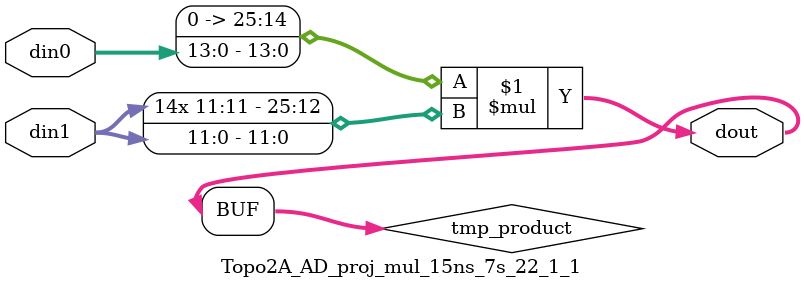
<source format=v>

`timescale 1 ns / 1 ps

 (* use_dsp = "no" *)  module Topo2A_AD_proj_mul_15ns_7s_22_1_1(din0, din1, dout);
parameter ID = 1;
parameter NUM_STAGE = 0;
parameter din0_WIDTH = 14;
parameter din1_WIDTH = 12;
parameter dout_WIDTH = 26;

input [din0_WIDTH - 1 : 0] din0; 
input [din1_WIDTH - 1 : 0] din1; 
output [dout_WIDTH - 1 : 0] dout;

wire signed [dout_WIDTH - 1 : 0] tmp_product;

























assign tmp_product = $signed({1'b0, din0}) * $signed(din1);










assign dout = tmp_product;





















endmodule

</source>
